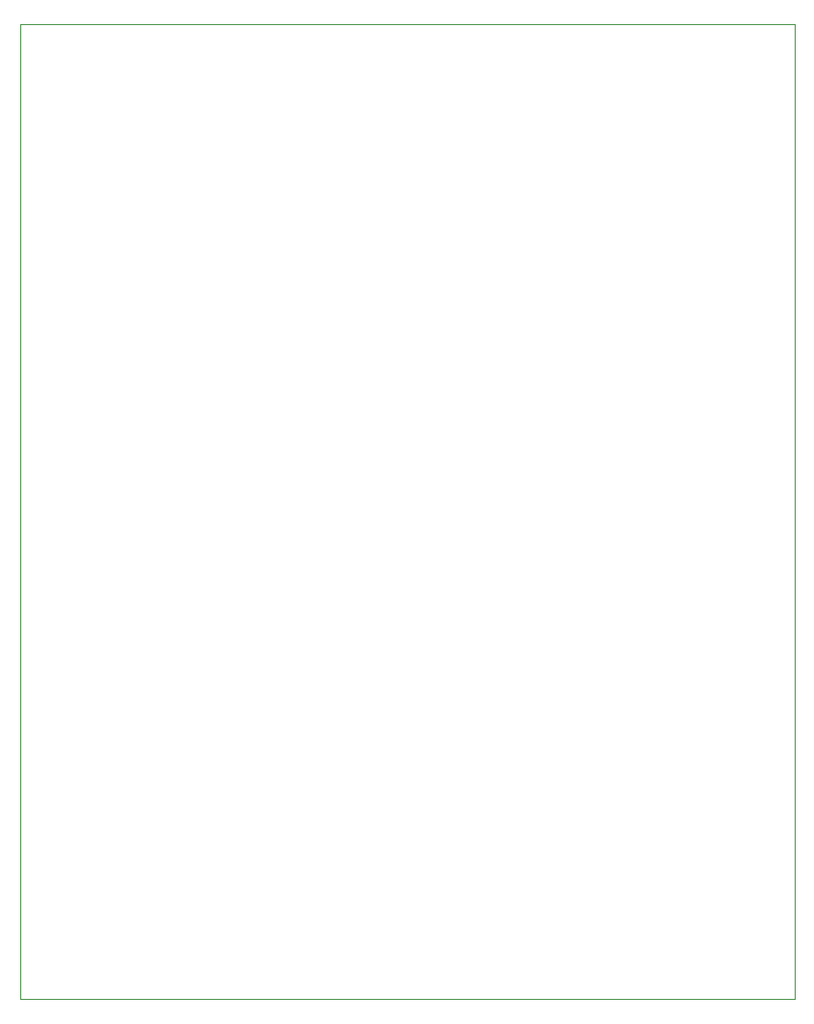
<source format=gbr>
%TF.GenerationSoftware,KiCad,Pcbnew,8.0.4*%
%TF.CreationDate,2024-09-09T09:43:21+10:00*%
%TF.ProjectId,ti45_keyboard,74693435-5f6b-4657-9962-6f6172642e6b,rev?*%
%TF.SameCoordinates,Original*%
%TF.FileFunction,Profile,NP*%
%FSLAX46Y46*%
G04 Gerber Fmt 4.6, Leading zero omitted, Abs format (unit mm)*
G04 Created by KiCad (PCBNEW 8.0.4) date 2024-09-09 09:43:21*
%MOMM*%
%LPD*%
G01*
G04 APERTURE LIST*
%TA.AperFunction,Profile*%
%ADD10C,0.100000*%
%TD*%
G04 APERTURE END LIST*
D10*
X-34000000Y0D02*
X34000000Y0D01*
X34000000Y-85500000D01*
X-34000000Y-85500000D01*
X-34000000Y0D01*
M02*

</source>
